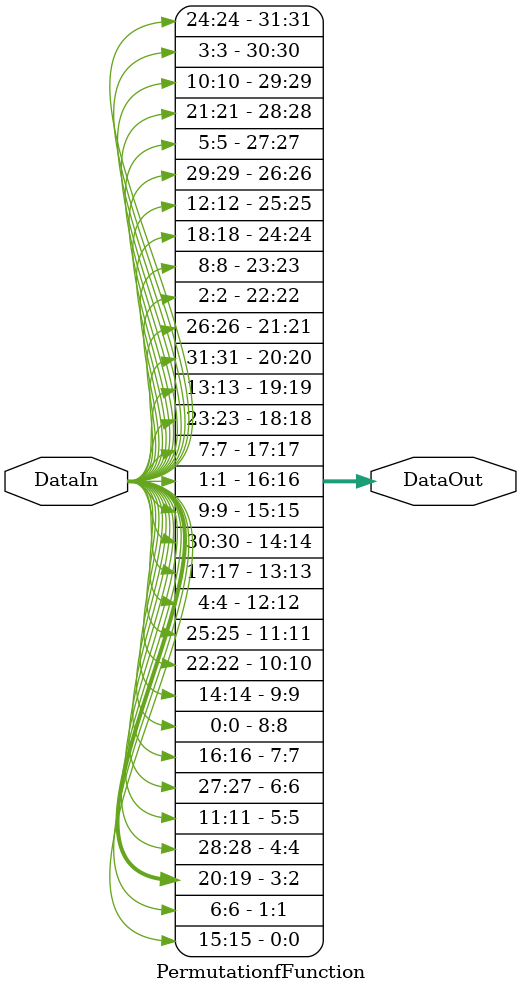
<source format=v>
module PermutationfFunction(DataIn,DataOut);
    input [31:0] DataIn;
    output [31:0] DataOut;
    assign DataOut[0]=DataIn[15];
    assign DataOut[1]=DataIn[6];
    assign DataOut[2]=DataIn[19];
    assign DataOut[3]=DataIn[20];
    assign DataOut[4]=DataIn[28];
    assign DataOut[5]=DataIn[11];
    assign DataOut[6]=DataIn[27];
    assign DataOut[7]=DataIn[16];
    assign DataOut[8]=DataIn[0];
    assign DataOut[9]=DataIn[14];
    assign DataOut[10]=DataIn[22];
    assign DataOut[11]=DataIn[25];
    assign DataOut[12]=DataIn[4];
    assign DataOut[13]=DataIn[17];
    assign DataOut[14]=DataIn[30];
    assign DataOut[15]=DataIn[9];
    assign DataOut[16]=DataIn[1];
    assign DataOut[17]=DataIn[7];
    assign DataOut[18]=DataIn[23];
    assign DataOut[19]=DataIn[13];
    assign DataOut[20]=DataIn[31];
    assign DataOut[21]=DataIn[26];
    assign DataOut[22]=DataIn[2];
    assign DataOut[23]=DataIn[8];
    assign DataOut[24]=DataIn[18];
    assign DataOut[25]=DataIn[12];
    assign DataOut[26]=DataIn[29];
    assign DataOut[27]=DataIn[5];
    assign DataOut[28]=DataIn[21];
    assign DataOut[29]=DataIn[10];
    assign DataOut[30]=DataIn[3];
    assign DataOut[31]=DataIn[24];

endmodule
</source>
